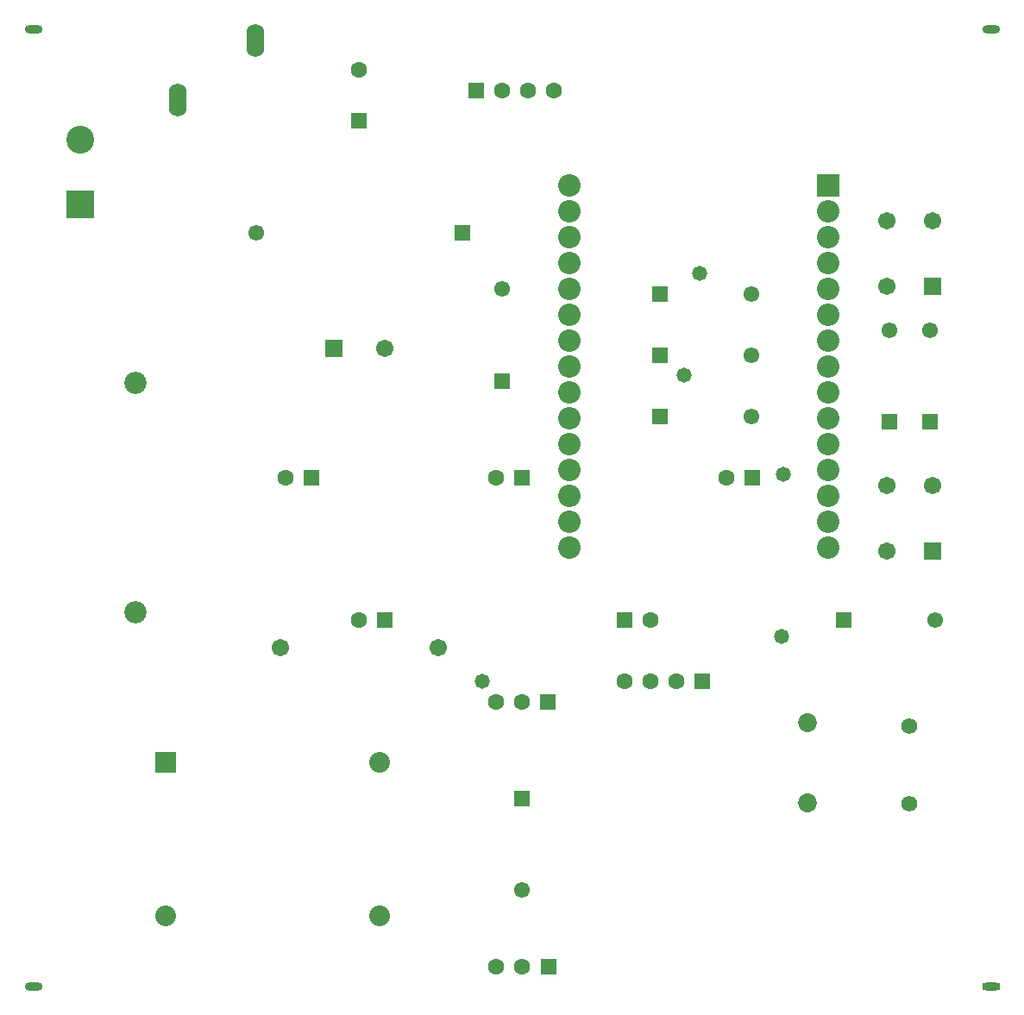
<source format=gts>
%FSLAX23Y23*%
%MOIN*%
%SFA1B1*%

%IPPOS*%
%ADD14R,0.069020X0.031620*%
%ADD15C,0.086740*%
%ADD16R,0.086740X0.086740*%
%ADD17C,0.080000*%
%ADD18R,0.080000X0.080000*%
%ADD19R,0.067370X0.067370*%
%ADD20C,0.067370*%
%ADD21O,0.068000X0.128000*%
%ADD22R,0.063120X0.063120*%
%ADD23C,0.063120*%
%ADD24R,0.061150X0.061150*%
%ADD25C,0.061150*%
%ADD26R,0.063120X0.063120*%
%ADD27C,0.072960*%
%ADD28C,0.085950*%
%ADD29O,0.069020X0.031620*%
%ADD30C,0.061020*%
%ADD31R,0.061020X0.061020*%
%ADD32R,0.061150X0.061150*%
%ADD33C,0.061470*%
%ADD34C,0.107480*%
%ADD35R,0.107480X0.107480*%
%ADD36C,0.058000*%
%LNpcb2-1*%
%LPD*%
G54D14*
X7007Y1102D03*
G54D15*
X5377Y2800D03*
Y2900D03*
Y3000D03*
Y3100D03*
Y3200D03*
Y3500D03*
Y3600D03*
Y4000D03*
Y4100D03*
X6377Y2800D03*
Y3000D03*
Y3100D03*
Y3600D03*
Y3700D03*
Y3900D03*
X5377Y4200D03*
Y3900D03*
Y3800D03*
Y3700D03*
Y3400D03*
Y3300D03*
X6377Y2900D03*
Y3200D03*
Y3300D03*
Y3400D03*
Y3500D03*
Y3800D03*
Y4000D03*
Y4100D03*
G54D16*
X6377Y4200D03*
G54D17*
X3818Y1377D03*
X4645D03*
Y1968D03*
G54D18*
X3818Y1968D03*
G54D19*
X4468Y3570D03*
X6781Y3809D03*
Y2785D03*
G54D20*
X4665Y3570D03*
X4263Y2413D03*
X4870D03*
X6604Y4064D03*
Y3809D03*
X6781Y4064D03*
X6604Y3041D03*
Y2785D03*
X6781Y3041D03*
G54D21*
X4165Y4760D03*
X3865Y4530D03*
G54D22*
X5299Y1181D03*
X4566Y4448D03*
G54D23*
X5094Y1181D03*
X5196D03*
X5218Y4566D03*
X5118D03*
X5318D03*
X5096Y3070D03*
X4566Y2519D03*
Y4645D03*
X5590Y2283D03*
X5790D03*
X5690D03*
X5096Y2204D03*
X5196D03*
X5690Y2519D03*
X5984Y3070D03*
X4280D03*
G54D24*
X5196Y1830D03*
X6614Y3287D03*
X6771D03*
X5118Y3444D03*
G54D25*
X5196Y1476D03*
X6614Y3641D03*
X6771D03*
X6791Y2519D03*
X5118Y3799D03*
X6082Y3307D03*
Y3543D03*
Y3779D03*
G54D26*
X5018Y4566D03*
X5196Y3070D03*
X4666Y2519D03*
X5890Y2283D03*
X5296Y2204D03*
X5590Y2519D03*
X6084Y3070D03*
X4380D03*
G54D27*
X6299Y1814D03*
Y2122D03*
G54D28*
X3700Y2549D03*
Y3435D03*
G54D29*
X7007Y4803D03*
X3307D03*
Y1102D03*
X7007D03*
G54D30*
X4167Y4015D03*
G54D31*
X4966Y4015D03*
G54D32*
X6437Y2519D03*
X5728Y3307D03*
Y3543D03*
Y3779D03*
G54D33*
X6690Y1810D03*
Y2109D03*
G54D34*
X3489Y4376D03*
G54D35*
X3489Y4126D03*
G54D36*
X6205Y3084D03*
X5040Y2282D03*
X6197Y2457D03*
X5823Y3466D03*
X5881Y3859D03*
M02*
</source>
